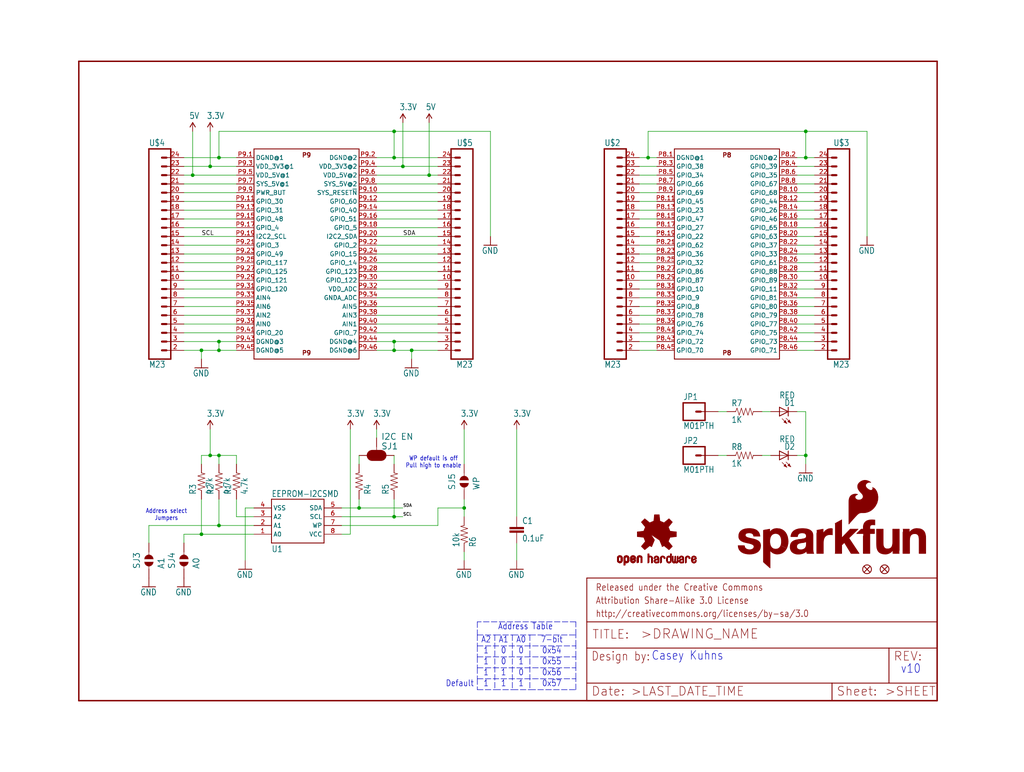
<source format=kicad_sch>
(kicad_sch (version 20211123) (generator eeschema)
  (paper "User" 297.002 223.926)
  (lib_symbols
    (symbol "eagleSchem-eagle-import:0.1UF-25V(+80{slash}-20%)(0603)"
      (property "Reference" "C" (at 1.524 2.921 0))
      (property "Value" "0.1UF-25V(+80{slash}-20%)(0603)" (at 1.524 -2.159 0))
      (symbol "0.1UF-25V(+80{slash}-20%)(0603)_1_0"
        (pin passive line (at 0 5.08 270) (length 2.54) (name "1") (number "1"))
        (pin passive line (at 0 -2.54 90) (length 2.54) (name "2") (number "2"))
      )
    )
    (symbol "eagleSchem-eagle-import:10KOHM1{slash}10W1%(0603)0603"
      (property "Reference" "R" (at -3.81 1.4986 0))
      (property "Value" "10KOHM1{slash}10W1%(0603)0603" (at -3.81 -3.302 0))
      (symbol "10KOHM1{slash}10W1%(0603)0603_1_0"
        (pin passive line (at -5.08 0 0) (length 2.54) (name "1") (number "1"))
        (pin passive line (at 5.08 0 180) (length 2.54) (name "2") (number "2"))
      )
    )
    (symbol "eagleSchem-eagle-import:1KOHM1{slash}10W1%(0603)"
      (property "Reference" "R" (at -3.81 1.4986 0))
      (property "Value" "1KOHM1{slash}10W1%(0603)" (at -3.81 -3.302 0))
      (symbol "1KOHM1{slash}10W1%(0603)_1_0"
        (pin passive line (at -5.08 0 0) (length 2.54) (name "1") (number "1"))
        (pin passive line (at 5.08 0 180) (length 2.54) (name "2") (number "2"))
      )
    )
    (symbol "eagleSchem-eagle-import:3.3V" (power)
      (property "Value" "3.3V" (at -1.016 3.556 0))
      (symbol "3.3V_1_0"
        (pin power_in line (at 0 0 90) (length 2.54) (name "3.3V") (number "1"))
      )
    )
    (symbol "eagleSchem-eagle-import:4.7KOHM1{slash}10W1%(0603)"
      (property "Reference" "R" (at -3.81 1.4986 0))
      (property "Value" "4.7KOHM1{slash}10W1%(0603)" (at -3.81 -3.302 0))
      (symbol "4.7KOHM1{slash}10W1%(0603)_1_0"
        (pin passive line (at -5.08 0 0) (length 2.54) (name "1") (number "1"))
        (pin passive line (at 5.08 0 180) (length 2.54) (name "2") (number "2"))
      )
    )
    (symbol "eagleSchem-eagle-import:5V" (power)
      (property "Value" "5V" (at -1.016 3.556 0))
      (symbol "5V_1_0"
        (pin power_in line (at 0 0 90) (length 2.54) (name "5V") (number "1"))
      )
    )
    (symbol "eagleSchem-eagle-import:BEAGLE_BONE_BLACK_CAPE"
      (symbol "BEAGLE_BONE_BLACK_CAPE_1_0"
        (text "P8" (at 0 -30.48 0) (effects (font (size 1.27 1.27) (thickness 0.254) bold) (justify top)))
        (text "P8" (at 0 25.4 0) (effects (font (size 1.27 1.27) (thickness 0.254) bold) (justify bottom)))
        (pin bidirectional line (at -20.32 25.4 0) (length 5.08) (name "DGND@1") (number "P8.1"))
        (pin bidirectional line (at 20.32 15.24 180) (length 5.08) (name "GPIO_68") (number "P8.10"))
        (pin bidirectional line (at -20.32 12.7 0) (length 5.08) (name "GPIO_45") (number "P8.11"))
        (pin bidirectional line (at 20.32 12.7 180) (length 5.08) (name "GPIO_44") (number "P8.12"))
        (pin bidirectional line (at -20.32 10.16 0) (length 5.08) (name "GPIO_23") (number "P8.13"))
        (pin bidirectional line (at 20.32 10.16 180) (length 5.08) (name "GPIO_26") (number "P8.14"))
        (pin bidirectional line (at -20.32 7.62 0) (length 5.08) (name "GPIO_47") (number "P8.15"))
        (pin bidirectional line (at 20.32 7.62 180) (length 5.08) (name "GPIO_46") (number "P8.16"))
        (pin bidirectional line (at -20.32 5.08 0) (length 5.08) (name "GPIO_27") (number "P8.17"))
        (pin bidirectional line (at 20.32 5.08 180) (length 5.08) (name "GPIO_65") (number "P8.18"))
        (pin bidirectional line (at -20.32 2.54 0) (length 5.08) (name "GPIO_22") (number "P8.19"))
        (pin bidirectional line (at 20.32 25.4 180) (length 5.08) (name "DGND@2") (number "P8.2"))
        (pin bidirectional line (at 20.32 2.54 180) (length 5.08) (name "GPIO_63") (number "P8.20"))
        (pin bidirectional line (at -20.32 0 0) (length 5.08) (name "GPIO_62") (number "P8.21"))
        (pin bidirectional line (at 20.32 0 180) (length 5.08) (name "GPIO_37") (number "P8.22"))
        (pin bidirectional line (at -20.32 -2.54 0) (length 5.08) (name "GPIO_36") (number "P8.23"))
        (pin bidirectional line (at 20.32 -2.54 180) (length 5.08) (name "GPIO_33") (number "P8.24"))
        (pin bidirectional line (at -20.32 -5.08 0) (length 5.08) (name "GPIO_32") (number "P8.25"))
        (pin bidirectional line (at 20.32 -5.08 180) (length 5.08) (name "GPIO_61") (number "P8.26"))
        (pin bidirectional line (at -20.32 -7.62 0) (length 5.08) (name "GPIO_86") (number "P8.27"))
        (pin bidirectional line (at 20.32 -7.62 180) (length 5.08) (name "GPIO_88") (number "P8.28"))
        (pin bidirectional line (at -20.32 -10.16 0) (length 5.08) (name "GPIO_87") (number "P8.29"))
        (pin bidirectional line (at -20.32 22.86 0) (length 5.08) (name "GPIO_38") (number "P8.3"))
        (pin bidirectional line (at 20.32 -10.16 180) (length 5.08) (name "GPIO_89") (number "P8.30"))
        (pin bidirectional line (at -20.32 -12.7 0) (length 5.08) (name "GPIO_10") (number "P8.31"))
        (pin bidirectional line (at 20.32 -12.7 180) (length 5.08) (name "GPIO_11") (number "P8.32"))
        (pin bidirectional line (at -20.32 -15.24 0) (length 5.08) (name "GPIO_9") (number "P8.33"))
        (pin bidirectional line (at 20.32 -15.24 180) (length 5.08) (name "GPIO_81") (number "P8.34"))
        (pin bidirectional line (at -20.32 -17.78 0) (length 5.08) (name "GPIO_8") (number "P8.35"))
        (pin bidirectional line (at 20.32 -17.78 180) (length 5.08) (name "GPIO_80") (number "P8.36"))
        (pin bidirectional line (at -20.32 -20.32 0) (length 5.08) (name "GPIO_78") (number "P8.37"))
        (pin bidirectional line (at 20.32 -20.32 180) (length 5.08) (name "GPIO_79") (number "P8.38"))
        (pin bidirectional line (at -20.32 -22.86 0) (length 5.08) (name "GPIO_76") (number "P8.39"))
        (pin bidirectional line (at 20.32 22.86 180) (length 5.08) (name "GPIO_39") (number "P8.4"))
        (pin bidirectional line (at 20.32 -22.86 180) (length 5.08) (name "GPIO_77") (number "P8.40"))
        (pin bidirectional line (at -20.32 -25.4 0) (length 5.08) (name "GPIO_74") (number "P8.41"))
        (pin bidirectional line (at 20.32 -25.4 180) (length 5.08) (name "GPIO_75") (number "P8.42"))
        (pin bidirectional line (at -20.32 -27.94 0) (length 5.08) (name "GPIO_72") (number "P8.43"))
        (pin bidirectional line (at 20.32 -27.94 180) (length 5.08) (name "GPIO_73") (number "P8.44"))
        (pin bidirectional line (at -20.32 -30.48 0) (length 5.08) (name "GPIO_70") (number "P8.45"))
        (pin bidirectional line (at 20.32 -30.48 180) (length 5.08) (name "GPIO_71") (number "P8.46"))
        (pin bidirectional line (at -20.32 20.32 0) (length 5.08) (name "GPIO_34") (number "P8.5"))
        (pin bidirectional line (at 20.32 20.32 180) (length 5.08) (name "GPIO_35") (number "P8.6"))
        (pin bidirectional line (at -20.32 17.78 0) (length 5.08) (name "GPIO_66") (number "P8.7"))
        (pin bidirectional line (at 20.32 17.78 180) (length 5.08) (name "GPIO_67") (number "P8.8"))
        (pin bidirectional line (at -20.32 15.24 0) (length 5.08) (name "GPIO_69") (number "P8.9"))
      )
      (symbol "BEAGLE_BONE_BLACK_CAPE_2_0"
        (text "P9" (at 0 -30.48 0) (effects (font (size 1.27 1.27) (thickness 0.254) bold) (justify top)))
        (text "P9" (at 0 25.4 0) (effects (font (size 1.27 1.27) (thickness 0.254) bold) (justify bottom)))
        (pin bidirectional line (at -20.32 25.4 0) (length 5.08) (name "DGND@1") (number "P9.1"))
        (pin bidirectional line (at 20.32 15.24 180) (length 5.08) (name "SYS_RESET~{N}") (number "P9.10"))
        (pin bidirectional line (at -20.32 12.7 0) (length 5.08) (name "GPIO_30") (number "P9.11"))
        (pin bidirectional line (at 20.32 12.7 180) (length 5.08) (name "GPIO_60") (number "P9.12"))
        (pin bidirectional line (at -20.32 10.16 0) (length 5.08) (name "GPIO_31") (number "P9.13"))
        (pin bidirectional line (at 20.32 10.16 180) (length 5.08) (name "GPIO_40") (number "P9.14"))
        (pin bidirectional line (at -20.32 7.62 0) (length 5.08) (name "GPIO_48") (number "P9.15"))
        (pin bidirectional line (at 20.32 7.62 180) (length 5.08) (name "GPIO_51") (number "P9.16"))
        (pin bidirectional line (at -20.32 5.08 0) (length 5.08) (name "GPIO_4") (number "P9.17"))
        (pin bidirectional line (at 20.32 5.08 180) (length 5.08) (name "GPIO_5") (number "P9.18"))
        (pin bidirectional line (at -20.32 2.54 0) (length 5.08) (name "I2C2_SCL") (number "P9.19"))
        (pin bidirectional line (at 20.32 25.4 180) (length 5.08) (name "DGND@2") (number "P9.2"))
        (pin bidirectional line (at 20.32 2.54 180) (length 5.08) (name "I2C2_SDA") (number "P9.20"))
        (pin bidirectional line (at -20.32 0 0) (length 5.08) (name "GPIO_3") (number "P9.21"))
        (pin bidirectional line (at 20.32 0 180) (length 5.08) (name "GPIO_2") (number "P9.22"))
        (pin bidirectional line (at -20.32 -2.54 0) (length 5.08) (name "GPIO_49") (number "P9.23"))
        (pin bidirectional line (at 20.32 -2.54 180) (length 5.08) (name "GPIO_15") (number "P9.24"))
        (pin bidirectional line (at -20.32 -5.08 0) (length 5.08) (name "GPIO_117") (number "P9.25"))
        (pin bidirectional line (at 20.32 -5.08 180) (length 5.08) (name "GPIO_14") (number "P9.26"))
        (pin bidirectional line (at -20.32 -7.62 0) (length 5.08) (name "GPIO_125") (number "P9.27"))
        (pin bidirectional line (at 20.32 -7.62 180) (length 5.08) (name "GPIO_123") (number "P9.28"))
        (pin bidirectional line (at -20.32 -10.16 0) (length 5.08) (name "GPIO_121") (number "P9.29"))
        (pin bidirectional line (at -20.32 22.86 0) (length 5.08) (name "VDD_3V3@1") (number "P9.3"))
        (pin bidirectional line (at 20.32 -10.16 180) (length 5.08) (name "GPIO_122") (number "P9.30"))
        (pin bidirectional line (at -20.32 -12.7 0) (length 5.08) (name "GPIO_120") (number "P9.31"))
        (pin bidirectional line (at 20.32 -12.7 180) (length 5.08) (name "VDD_ADC") (number "P9.32"))
        (pin bidirectional line (at -20.32 -15.24 0) (length 5.08) (name "AIN4") (number "P9.33"))
        (pin bidirectional line (at 20.32 -15.24 180) (length 5.08) (name "GNDA_ADC") (number "P9.34"))
        (pin bidirectional line (at -20.32 -17.78 0) (length 5.08) (name "AIN6") (number "P9.35"))
        (pin bidirectional line (at 20.32 -17.78 180) (length 5.08) (name "AIN5") (number "P9.36"))
        (pin bidirectional line (at -20.32 -20.32 0) (length 5.08) (name "AIN2") (number "P9.37"))
        (pin bidirectional line (at 20.32 -20.32 180) (length 5.08) (name "AIN3") (number "P9.38"))
        (pin bidirectional line (at -20.32 -22.86 0) (length 5.08) (name "AIN0") (number "P9.39"))
        (pin bidirectional line (at 20.32 22.86 180) (length 5.08) (name "VDD_3V3@2") (number "P9.4"))
        (pin bidirectional line (at 20.32 -22.86 180) (length 5.08) (name "AIN1") (number "P9.40"))
        (pin bidirectional line (at -20.32 -25.4 0) (length 5.08) (name "GPIO_20") (number "P9.41"))
        (pin bidirectional line (at 20.32 -25.4 180) (length 5.08) (name "GPIO_7") (number "P9.42"))
        (pin bidirectional line (at -20.32 -27.94 0) (length 5.08) (name "DGND@3") (number "P9.43"))
        (pin bidirectional line (at 20.32 -27.94 180) (length 5.08) (name "DGND@4") (number "P9.44"))
        (pin bidirectional line (at -20.32 -30.48 0) (length 5.08) (name "DGND@5") (number "P9.45"))
        (pin bidirectional line (at 20.32 -30.48 180) (length 5.08) (name "DGND@6") (number "P9.46"))
        (pin bidirectional line (at -20.32 20.32 0) (length 5.08) (name "VDD_5V@1") (number "P9.5"))
        (pin bidirectional line (at 20.32 20.32 180) (length 5.08) (name "VDD_5V@2") (number "P9.6"))
        (pin bidirectional line (at -20.32 17.78 0) (length 5.08) (name "SYS_5V@1") (number "P9.7"))
        (pin bidirectional line (at 20.32 17.78 180) (length 5.08) (name "SYS_5V@2") (number "P9.8"))
        (pin bidirectional line (at -20.32 15.24 0) (length 5.08) (name "PWR_BUT") (number "P9.9"))
      )
    )
    (symbol "eagleSchem-eagle-import:EEPROM-I2CSMD"
      (property "Reference" "U" (at -7.62 8.382 0))
      (property "Value" "EEPROM-I2CSMD" (at -7.62 -7.62 0))
      (symbol "EEPROM-I2CSMD_1_0"
        (pin bidirectional line (at -12.7 5.08 0) (length 5.08) (name "A0") (number "1"))
        (pin bidirectional line (at -12.7 2.54 0) (length 5.08) (name "A1") (number "2"))
        (pin bidirectional line (at -12.7 0 0) (length 5.08) (name "A2") (number "3"))
        (pin power_in line (at -12.7 -2.54 0) (length 5.08) (name "VSS") (number "4"))
        (pin bidirectional line (at 12.7 -2.54 180) (length 5.08) (name "SDA") (number "5"))
        (pin bidirectional line (at 12.7 0 180) (length 5.08) (name "SCL") (number "6"))
        (pin bidirectional line (at 12.7 2.54 180) (length 5.08) (name "WP") (number "7"))
        (pin power_in line (at 12.7 5.08 180) (length 5.08) (name "VCC") (number "8"))
      )
    )
    (symbol "eagleSchem-eagle-import:FIDUCIAL1X2")
    (symbol "eagleSchem-eagle-import:FRAME-LETTER"
      (symbol "FRAME-LETTER_2_0"
        (text ">DRAWING_NAME" (at 15.494 17.78 0) (effects (font (size 2.7432 2.7432)) (justify left bottom)))
        (text ">LAST_DATE_TIME" (at 12.7 1.27 0) (effects (font (size 2.54 2.54)) (justify left bottom)))
        (text ">SHEET" (at 86.36 1.27 0) (effects (font (size 2.54 2.54)) (justify left bottom)))
        (text "Attribution Share-Alike 3.0 License" (at 2.54 27.94 0) (effects (font (size 1.9304 1.6408)) (justify left bottom)))
        (text "Date:" (at 1.27 1.27 0) (effects (font (size 2.54 2.54)) (justify left bottom)))
        (text "Design by:" (at 1.27 11.43 0) (effects (font (size 2.54 2.159)) (justify left bottom)))
        (text "http://creativecommons.org/licenses/by-sa/3.0" (at 2.54 24.13 0) (effects (font (size 1.9304 1.6408)) (justify left bottom)))
        (text "Released under the Creative Commons" (at 2.54 31.75 0) (effects (font (size 1.9304 1.6408)) (justify left bottom)))
        (text "REV:" (at 88.9 11.43 0) (effects (font (size 2.54 2.54)) (justify left bottom)))
        (text "Sheet:" (at 72.39 1.27 0) (effects (font (size 2.54 2.54)) (justify left bottom)))
        (text "TITLE:" (at 1.524 17.78 0) (effects (font (size 2.54 2.54)) (justify left bottom)))
      )
    )
    (symbol "eagleSchem-eagle-import:GND" (power)
      (property "Value" "GND" (at -2.54 -2.54 0))
      (symbol "GND_1_0"
        (pin power_in line (at 0 2.54 270) (length 2.54) (name "GND") (number "1"))
      )
    )
    (symbol "eagleSchem-eagle-import:JUMPER-SMT_2_NO_SILK"
      (property "Reference" "JP" (at -2.54 2.54 0))
      (property "Value" "JUMPER-SMT_2_NO_SILK" (at -2.54 -2.54 0))
      (symbol "JUMPER-SMT_2_NO_SILK_1_0"
        (pin passive line (at -5.08 0 0) (length 2.54) (name "1") (number "1"))
        (pin passive line (at 5.08 0 180) (length 2.54) (name "2") (number "2"))
      )
    )
    (symbol "eagleSchem-eagle-import:JUMPER-SMT_3_2-NC_PASTE_SILK"
      (property "Reference" "JP" (at 2.54 0.381 0))
      (property "Value" "JUMPER-SMT_3_2-NC_PASTE_SILK" (at 2.54 -0.381 0))
      (symbol "JUMPER-SMT_3_2-NC_PASTE_SILK_1_0"
        (pin passive line (at 0 5.08 270) (length 2.54) (name "1") (number "1"))
        (pin passive line (at -5.08 0 0) (length 2.54) (name "2") (number "2"))
        (pin passive line (at 0 -5.08 90) (length 2.54) (name "3") (number "3"))
      )
    )
    (symbol "eagleSchem-eagle-import:LED-RED0603"
      (property "Reference" "D" (at 3.556 -4.572 90))
      (property "Value" "LED-RED0603" (at 5.715 -4.572 90))
      (symbol "LED-RED0603_1_0"
        (pin passive line (at 0 2.54 270) (length 2.54) (name "A") (number "A"))
        (pin passive line (at 0 -5.08 90) (length 2.54) (name "C") (number "C"))
      )
    )
    (symbol "eagleSchem-eagle-import:M01PTH"
      (property "Reference" "JP" (at -2.54 3.302 0))
      (property "Value" "M01PTH" (at -2.54 -5.08 0))
      (symbol "M01PTH_1_0"
        (pin passive line (at 7.62 0 180) (length 5.08) (name "1") (number "1"))
      )
    )
    (symbol "eagleSchem-eagle-import:M23"
      (property "Value" "M23" (at -2.54 -35.56 0))
      (symbol "M23_1_0"
        (pin passive line (at 7.62 -10.16 180) (length 5.08) (name "10") (number "10"))
        (pin passive line (at 7.62 -7.62 180) (length 5.08) (name "11") (number "11"))
        (pin passive line (at 7.62 -5.08 180) (length 5.08) (name "12") (number "12"))
        (pin passive line (at 7.62 -2.54 180) (length 5.08) (name "13") (number "13"))
        (pin passive line (at 7.62 0 180) (length 5.08) (name "14") (number "14"))
        (pin passive line (at 7.62 2.54 180) (length 5.08) (name "15") (number "15"))
        (pin passive line (at 7.62 5.08 180) (length 5.08) (name "16") (number "16"))
        (pin passive line (at 7.62 7.62 180) (length 5.08) (name "17") (number "17"))
        (pin passive line (at 7.62 10.16 180) (length 5.08) (name "18") (number "18"))
        (pin passive line (at 7.62 12.7 180) (length 5.08) (name "19") (number "19"))
        (pin passive line (at 7.62 -30.48 180) (length 5.08) (name "2") (number "2"))
        (pin passive line (at 7.62 15.24 180) (length 5.08) (name "20") (number "20"))
        (pin passive line (at 7.62 17.78 180) (length 5.08) (name "21") (number "21"))
        (pin passive line (at 7.62 20.32 180) (length 5.08) (name "22") (number "22"))
        (pin passive line (at 7.62 22.86 180) (length 5.08) (name "23") (number "23"))
        (pin passive line (at 7.62 25.4 180) (length 5.08) (name "24") (number "24"))
        (pin passive line (at 7.62 -27.94 180) (length 5.08) (name "3") (number "3"))
        (pin passive line (at 7.62 -25.4 180) (length 5.08) (name "4") (number "4"))
        (pin passive line (at 7.62 -22.86 180) (length 5.08) (name "5") (number "5"))
        (pin passive line (at 7.62 -20.32 180) (length 5.08) (name "6") (number "6"))
        (pin passive line (at 7.62 -17.78 180) (length 5.08) (name "7") (number "7"))
        (pin passive line (at 7.62 -15.24 180) (length 5.08) (name "8") (number "8"))
        (pin passive line (at 7.62 -12.7 180) (length 5.08) (name "9") (number "9"))
      )
    )
    (symbol "eagleSchem-eagle-import:OSHW-LOGOS")
    (symbol "eagleSchem-eagle-import:SFE_LOGO_NAME_FLAME.1_INCH")
  )
  (junction (at 104.14 147.32))
  (junction (at 114.3 38.1))
  (junction (at 116.84 48.26))
  (junction (at 233.68 45.72))
  (junction (at 114.3 101.6))
  (junction (at 63.5 101.6))
  (junction (at 134.62 147.32))
  (junction (at 63.5 45.72))
  (junction (at 114.3 45.72))
  (junction (at 60.96 48.26))
  (junction (at 187.96 45.72))
  (junction (at 55.88 50.8))
  (junction (at 58.42 101.6))
  (junction (at 233.68 38.1))
  (junction (at 119.38 101.6))
  (junction (at 124.46 50.8))
  (junction (at 63.5 99.06))
  (junction (at 233.68 132.08))
  (junction (at 63.5 152.4))
  (junction (at 63.5 132.08))
  (junction (at 60.96 132.08))
  (junction (at 58.42 154.94))
  (junction (at 114.3 149.86))
  (junction (at 114.3 99.06))
  (wire (pts (xy 236.22 101.6) (xy 231.14 101.6)))
  (wire (pts (xy 236.22 48.26) (xy 231.14 48.26)))
  (wire (pts (xy 53.34 63.5) (xy 68.58 63.5)))
  (wire (pts (xy 53.34 154.94) (xy 53.34 157.48)))
  (wire (pts (xy 220.98 119.38) (xy 223.52 119.38)))
  (wire (pts (xy 99.06 147.32) (xy 104.14 147.32)))
  (wire (pts (xy 53.34 83.82) (xy 68.58 83.82)))
  (wire (pts (xy 63.5 132.08) (xy 63.5 134.62)))
  (polyline (pts (xy 138.43 200.025) (xy 143.51 200.025)))
  (wire (pts (xy 134.62 147.32) (xy 134.62 149.86)))
  (wire (pts (xy 114.3 99.06) (xy 127 99.06)))
  (wire (pts (xy 60.96 132.08) (xy 63.5 132.08)))
  (wire (pts (xy 116.84 48.26) (xy 109.22 48.26)))
  (wire (pts (xy 236.22 86.36) (xy 231.14 86.36)))
  (wire (pts (xy 53.34 99.06) (xy 63.5 99.06)))
  (polyline (pts (xy 138.43 190.5) (xy 138.43 193.675)))
  (wire (pts (xy 127 86.36) (xy 109.22 86.36)))
  (wire (pts (xy 185.42 50.8) (xy 190.5 50.8)))
  (wire (pts (xy 53.34 50.8) (xy 55.88 50.8)))
  (wire (pts (xy 127 68.58) (xy 109.22 68.58)))
  (wire (pts (xy 101.6 154.94) (xy 101.6 124.46)))
  (wire (pts (xy 127 83.82) (xy 109.22 83.82)))
  (wire (pts (xy 233.68 132.08) (xy 233.68 134.62)))
  (wire (pts (xy 185.42 93.98) (xy 190.5 93.98)))
  (wire (pts (xy 53.34 96.52) (xy 68.58 96.52)))
  (wire (pts (xy 114.3 99.06) (xy 114.3 101.6)))
  (wire (pts (xy 185.42 101.6) (xy 190.5 101.6)))
  (wire (pts (xy 185.42 96.52) (xy 190.5 96.52)))
  (polyline (pts (xy 167.005 196.85) (xy 167.005 193.675)))
  (wire (pts (xy 127 60.96) (xy 109.22 60.96)))
  (wire (pts (xy 185.42 83.82) (xy 190.5 83.82)))
  (wire (pts (xy 185.42 76.2) (xy 190.5 76.2)))
  (wire (pts (xy 127 48.26) (xy 116.84 48.26)))
  (polyline (pts (xy 148.59 184.15) (xy 153.67 184.15)))
  (wire (pts (xy 149.86 124.46) (xy 149.86 149.86)))
  (polyline (pts (xy 138.43 196.85) (xy 138.43 200.025)))
  (wire (pts (xy 58.42 154.94) (xy 58.42 144.78)))
  (polyline (pts (xy 138.43 193.675) (xy 167.005 193.675)))
  (wire (pts (xy 68.58 45.72) (xy 63.5 45.72)))
  (wire (pts (xy 99.06 154.94) (xy 101.6 154.94)))
  (wire (pts (xy 55.88 50.8) (xy 55.88 38.1)))
  (wire (pts (xy 109.22 124.46) (xy 109.22 127)))
  (polyline (pts (xy 167.005 193.675) (xy 167.005 190.5)))
  (wire (pts (xy 68.58 101.6) (xy 63.5 101.6)))
  (wire (pts (xy 104.14 147.32) (xy 104.14 144.78)))
  (polyline (pts (xy 138.43 196.85) (xy 167.005 196.85)))
  (wire (pts (xy 185.42 53.34) (xy 190.5 53.34)))
  (wire (pts (xy 73.66 152.4) (xy 63.5 152.4)))
  (wire (pts (xy 236.22 76.2) (xy 231.14 76.2)))
  (wire (pts (xy 185.42 58.42) (xy 190.5 58.42)))
  (wire (pts (xy 114.3 149.86) (xy 116.84 149.86)))
  (wire (pts (xy 58.42 134.62) (xy 58.42 132.08)))
  (wire (pts (xy 185.42 91.44) (xy 190.5 91.44)))
  (polyline (pts (xy 138.43 184.15) (xy 143.51 184.15)))
  (wire (pts (xy 233.68 45.72) (xy 236.22 45.72)))
  (wire (pts (xy 236.22 58.42) (xy 231.14 58.42)))
  (wire (pts (xy 251.46 38.1) (xy 251.46 68.58)))
  (wire (pts (xy 127 147.32) (xy 127 152.4)))
  (wire (pts (xy 236.22 71.12) (xy 231.14 71.12)))
  (wire (pts (xy 109.22 101.6) (xy 114.3 101.6)))
  (wire (pts (xy 187.96 45.72) (xy 190.5 45.72)))
  (wire (pts (xy 73.66 154.94) (xy 58.42 154.94)))
  (wire (pts (xy 127 45.72) (xy 114.3 45.72)))
  (wire (pts (xy 124.46 50.8) (xy 109.22 50.8)))
  (wire (pts (xy 53.34 53.34) (xy 68.58 53.34)))
  (wire (pts (xy 127 88.9) (xy 109.22 88.9)))
  (wire (pts (xy 142.24 38.1) (xy 142.24 68.58)))
  (wire (pts (xy 233.68 38.1) (xy 251.46 38.1)))
  (wire (pts (xy 53.34 76.2) (xy 68.58 76.2)))
  (wire (pts (xy 127 76.2) (xy 109.22 76.2)))
  (wire (pts (xy 53.34 93.98) (xy 68.58 93.98)))
  (wire (pts (xy 185.42 81.28) (xy 190.5 81.28)))
  (wire (pts (xy 236.22 53.34) (xy 231.14 53.34)))
  (wire (pts (xy 236.22 96.52) (xy 231.14 96.52)))
  (wire (pts (xy 236.22 73.66) (xy 231.14 73.66)))
  (wire (pts (xy 233.68 119.38) (xy 233.68 132.08)))
  (wire (pts (xy 63.5 99.06) (xy 68.58 99.06)))
  (wire (pts (xy 134.62 162.56) (xy 134.62 160.02)))
  (wire (pts (xy 104.14 147.32) (xy 116.84 147.32)))
  (wire (pts (xy 185.42 73.66) (xy 190.5 73.66)))
  (wire (pts (xy 127 58.42) (xy 109.22 58.42)))
  (wire (pts (xy 233.68 38.1) (xy 233.68 45.72)))
  (wire (pts (xy 60.96 48.26) (xy 68.58 48.26)))
  (wire (pts (xy 185.42 88.9) (xy 190.5 88.9)))
  (polyline (pts (xy 138.43 184.15) (xy 138.43 187.325)))
  (polyline (pts (xy 167.005 200.025) (xy 167.005 196.85)))
  (wire (pts (xy 68.58 149.86) (xy 68.58 144.78)))
  (wire (pts (xy 236.22 83.82) (xy 231.14 83.82)))
  (wire (pts (xy 236.22 99.06) (xy 231.14 99.06)))
  (wire (pts (xy 185.42 78.74) (xy 190.5 78.74)))
  (wire (pts (xy 63.5 101.6) (xy 58.42 101.6)))
  (polyline (pts (xy 153.67 184.15) (xy 153.67 200.025)))
  (wire (pts (xy 55.88 50.8) (xy 68.58 50.8)))
  (wire (pts (xy 233.68 132.08) (xy 231.14 132.08)))
  (polyline (pts (xy 167.005 190.5) (xy 167.005 187.325)))
  (wire (pts (xy 127 81.28) (xy 109.22 81.28)))
  (wire (pts (xy 127 50.8) (xy 124.46 50.8)))
  (wire (pts (xy 127 152.4) (xy 99.06 152.4)))
  (wire (pts (xy 127 78.74) (xy 109.22 78.74)))
  (polyline (pts (xy 148.59 200.025) (xy 153.67 200.025)))
  (polyline (pts (xy 138.43 187.325) (xy 138.43 190.5)))
  (wire (pts (xy 127 93.98) (xy 109.22 93.98)))
  (wire (pts (xy 119.38 101.6) (xy 119.38 104.14)))
  (wire (pts (xy 127 55.88) (xy 109.22 55.88)))
  (wire (pts (xy 53.34 71.12) (xy 68.58 71.12)))
  (wire (pts (xy 236.22 55.88) (xy 231.14 55.88)))
  (wire (pts (xy 63.5 132.08) (xy 68.58 132.08)))
  (wire (pts (xy 53.34 60.96) (xy 68.58 60.96)))
  (wire (pts (xy 185.42 60.96) (xy 190.5 60.96)))
  (wire (pts (xy 53.34 81.28) (xy 68.58 81.28)))
  (wire (pts (xy 104.14 132.08) (xy 104.14 134.62)))
  (wire (pts (xy 53.34 48.26) (xy 60.96 48.26)))
  (polyline (pts (xy 148.59 184.15) (xy 148.59 200.025)))
  (wire (pts (xy 116.84 48.26) (xy 116.84 35.56)))
  (wire (pts (xy 185.42 63.5) (xy 190.5 63.5)))
  (wire (pts (xy 63.5 152.4) (xy 63.5 144.78)))
  (wire (pts (xy 220.98 132.08) (xy 223.52 132.08)))
  (wire (pts (xy 53.34 86.36) (xy 68.58 86.36)))
  (wire (pts (xy 208.28 119.38) (xy 210.82 119.38)))
  (wire (pts (xy 53.34 55.88) (xy 68.58 55.88)))
  (wire (pts (xy 236.22 78.74) (xy 231.14 78.74)))
  (wire (pts (xy 53.34 91.44) (xy 68.58 91.44)))
  (wire (pts (xy 236.22 50.8) (xy 231.14 50.8)))
  (wire (pts (xy 73.66 149.86) (xy 68.58 149.86)))
  (wire (pts (xy 58.42 154.94) (xy 53.34 154.94)))
  (wire (pts (xy 109.22 99.06) (xy 114.3 99.06)))
  (polyline (pts (xy 143.51 184.15) (xy 148.59 184.15)))
  (wire (pts (xy 68.58 132.08) (xy 68.58 134.62)))
  (wire (pts (xy 185.42 48.26) (xy 190.5 48.26)))
  (wire (pts (xy 127 71.12) (xy 109.22 71.12)))
  (wire (pts (xy 231.14 119.38) (xy 233.68 119.38)))
  (wire (pts (xy 187.96 38.1) (xy 233.68 38.1)))
  (wire (pts (xy 58.42 101.6) (xy 58.42 104.14)))
  (polyline (pts (xy 143.51 184.15) (xy 143.51 200.025)))
  (wire (pts (xy 114.3 101.6) (xy 119.38 101.6)))
  (wire (pts (xy 53.34 68.58) (xy 68.58 68.58)))
  (polyline (pts (xy 138.43 180.34) (xy 138.43 184.15)))
  (polyline (pts (xy 167.005 180.34) (xy 138.43 180.34)))
  (wire (pts (xy 127 91.44) (xy 109.22 91.44)))
  (wire (pts (xy 127 73.66) (xy 109.22 73.66)))
  (wire (pts (xy 134.62 124.46) (xy 134.62 134.62)))
  (wire (pts (xy 71.12 147.32) (xy 71.12 162.56)))
  (polyline (pts (xy 153.67 184.15) (xy 167.005 184.15)))
  (polyline (pts (xy 138.43 187.325) (xy 167.005 187.325)))
  (wire (pts (xy 63.5 45.72) (xy 53.34 45.72)))
  (polyline (pts (xy 138.43 193.675) (xy 138.43 196.85)))
  (wire (pts (xy 63.5 101.6) (xy 63.5 99.06)))
  (wire (pts (xy 53.34 66.04) (xy 68.58 66.04)))
  (wire (pts (xy 185.42 45.72) (xy 187.96 45.72)))
  (wire (pts (xy 236.22 66.04) (xy 231.14 66.04)))
  (wire (pts (xy 114.3 38.1) (xy 142.24 38.1)))
  (wire (pts (xy 185.42 66.04) (xy 190.5 66.04)))
  (wire (pts (xy 53.34 78.74) (xy 68.58 78.74)))
  (wire (pts (xy 236.22 63.5) (xy 231.14 63.5)))
  (wire (pts (xy 53.34 73.66) (xy 68.58 73.66)))
  (wire (pts (xy 99.06 149.86) (xy 114.3 149.86)))
  (wire (pts (xy 53.34 58.42) (xy 68.58 58.42)))
  (wire (pts (xy 124.46 50.8) (xy 124.46 35.56)))
  (wire (pts (xy 236.22 93.98) (xy 231.14 93.98)))
  (wire (pts (xy 58.42 132.08) (xy 60.96 132.08)))
  (wire (pts (xy 60.96 124.46) (xy 60.96 132.08)))
  (polyline (pts (xy 167.005 184.15) (xy 167.005 180.34)))
  (wire (pts (xy 60.96 48.26) (xy 60.96 38.1)))
  (wire (pts (xy 127 63.5) (xy 109.22 63.5)))
  (wire (pts (xy 236.22 81.28) (xy 231.14 81.28)))
  (wire (pts (xy 236.22 88.9) (xy 231.14 88.9)))
  (wire (pts (xy 236.22 91.44) (xy 231.14 91.44)))
  (wire (pts (xy 119.38 101.6) (xy 127 101.6)))
  (wire (pts (xy 114.3 38.1) (xy 114.3 45.72)))
  (wire (pts (xy 127 66.04) (xy 109.22 66.04)))
  (wire (pts (xy 114.3 149.86) (xy 114.3 144.78)))
  (polyline (pts (xy 143.51 200.025) (xy 148.59 200.025)))
  (wire (pts (xy 63.5 45.72) (xy 63.5 38.1)))
  (wire (pts (xy 63.5 152.4) (xy 43.18 152.4)))
  (wire (pts (xy 185.42 86.36) (xy 190.5 86.36)))
  (polyline (pts (xy 153.67 200.025) (xy 167.005 200.025)))
  (wire (pts (xy 134.62 147.32) (xy 127 147.32)))
  (wire (pts (xy 73.66 147.32) (xy 71.12 147.32)))
  (wire (pts (xy 185.42 99.06) (xy 190.5 99.06)))
  (polyline (pts (xy 167.005 187.325) (xy 167.005 184.15)))
  (polyline (pts (xy 138.43 190.5) (xy 167.005 190.5)))
  (wire (pts (xy 233.68 45.72) (xy 231.14 45.72)))
  (wire (pts (xy 185.42 71.12) (xy 190.5 71.12)))
  (wire (pts (xy 208.28 132.08) (xy 210.82 132.08)))
  (wire (pts (xy 134.62 144.78) (xy 134.62 147.32)))
  (wire (pts (xy 185.42 55.88) (xy 190.5 55.88)))
  (wire (pts (xy 114.3 132.08) (xy 114.3 134.62)))
  (wire (pts (xy 185.42 68.58) (xy 190.5 68.58)))
  (wire (pts (xy 149.86 162.56) (xy 149.86 157.48)))
  (wire (pts (xy 127 53.34) (xy 109.22 53.34)))
  (wire (pts (xy 236.22 60.96) (xy 231.14 60.96)))
  (wire (pts (xy 53.34 88.9) (xy 68.58 88.9)))
  (wire (pts (xy 43.18 152.4) (xy 43.18 157.48)))
  (wire (pts (xy 187.96 45.72) (xy 187.96 38.1)))
  (wire (pts (xy 127 96.52) (xy 109.22 96.52)))
  (wire (pts (xy 236.22 68.58) (xy 231.14 68.58)))
  (wire (pts (xy 63.5 38.1) (xy 114.3 38.1)))
  (wire (pts (xy 58.42 101.6) (xy 53.34 101.6)))
  (wire (pts (xy 114.3 45.72) (xy 109.22 45.72)))
  (text "0x54" (at 160.02 189.865 180) (effects (font (size 1.778 1.5113)) (justify bottom)))
  (text "Default" (at 133.35 199.39 180) (effects (font (size 1.778 1.5113)) (justify bottom)))
  (text "1" (at 151.13 193.04 180) (effects (font (size 1.778 1.5113)) (justify bottom)))
  (text "A0" (at 151.13 186.69 180) (effects (font (size 1.778 1.5113)) (justify bottom)))
  (text "1" (at 146.05 196.215 180) (effects (font (size 1.778 1.5113)) (justify bottom)))
  (text "7-bit" (at 160.02 186.69 180) (effects (font (size 1.778 1.5113)) (justify bottom)))
  (text "1" (at 140.97 199.39 180) (effects (font (size 1.778 1.5113)) (justify bottom)))
  (text "0x55" (at 160.02 193.04 180) (effects (font (size 1.778 1.5113)) (justify bottom)))
  (text "0" (at 146.05 189.865 180) (effects (font (size 1.778 1.5113)) (justify bottom)))
  (text "Address Table" (at 152.4 182.88 180) (effects (font (size 1.778 1.5113)) (justify bottom)))
  (text "1" (at 146.05 199.39 180) (effects (font (size 1.778 1.5113)) (justify bottom)))
  (text "0" (at 151.13 189.865 180) (effects (font (size 1.778 1.5113)) (justify bottom)))
  (text "WP default is off\nPull high to enable" (at 125.73 135.89 180) (effects (font (size 1.27 1.0795)) (justify bottom)))
  (text "Casey Kuhns" (at 199.39 191.77 180) (effects (font (size 2.54 2.159)) (justify bottom)))
  (text "1" (at 140.97 189.865 180) (effects (font (size 1.778 1.5113)) (justify bottom)))
  (text "0x56" (at 160.02 196.215 180) (effects (font (size 1.778 1.5113)) (justify bottom)))
  (text "0" (at 146.05 193.04 180) (effects (font (size 1.778 1.5113)) (justify bottom)))
  (text "A2" (at 140.97 186.69 180) (effects (font (size 1.778 1.5113)) (justify bottom)))
  (text "1" (at 140.97 193.04 180) (effects (font (size 1.778 1.5113)) (justify bottom)))
  (text "1" (at 140.97 196.215 180) (effects (font (size 1.778 1.5113)) (justify bottom)))
  (text "Address select\nJumpers" (at 48.26 151.13 180) (effects (font (size 1.27 1.0795)) (justify bottom)))
  (text "0x57" (at 160.02 199.39 180) (effects (font (size 1.778 1.5113)) (justify bottom)))
  (text "v10" (at 264.16 195.58 180) (effects (font (size 2.54 2.159)) (justify bottom)))
  (text "1" (at 151.13 199.39 180) (effects (font (size 1.778 1.5113)) (justify bottom)))
  (text "0" (at 151.13 196.215 180) (effects (font (size 1.778 1.5113)) (justify bottom)))
  (text "A1" (at 146.05 186.69 180) (effects (font (size 1.778 1.5113)) (justify bottom)))
  (label "SCL" (at 58.42 68.58 0) (effects (font (size 1.2446 1.2446))))
  (label "SCL" (at 116.84 149.86 0) (effects (font (size 0.889 0.889))))
  (label "SDA" (at 116.84 68.58 0) (effects (font (size 1.2446 1.2446))))
  (label "SDA" (at 116.84 147.32 0) (effects (font (size 0.889 0.889))))
  (symbol (lib_id "eagleSchem-eagle-import:LED-RED0603") (at 226.06 119.38 90) (unit 1)
    (property "Reference" "D1" (at 230.632 115.824 90) (effects (font (size 1.778 1.5113)) (justify left bottom)))
    (property "Value" "RED" (at 230.632 113.665 90) (effects (font (size 1.778 1.5113)) (justify left bottom)))
    (property "Footprint" "eagleSchem:LED-0603" (effects hide))
  )
  (symbol (lib_id "eagleSchem-eagle-import:GND") (at 71.12 165.1 0) (unit 1)
    (property "Reference" "#GND1" (effects hide))
    (property "Value" "GND" (at 68.58 167.64 0) (effects (font (size 1.778 1.5113)) (justify left bottom)))
    (property "Footprint" "eagleSchem:" (effects hide))
  )
  (symbol (lib_id "eagleSchem-eagle-import:3.3V") (at 60.96 38.1 0) (unit 1)
    (property "Reference" "#SUPPLY6" (effects hide))
    (property "Value" "3.3V" (at 59.944 34.544 0) (effects (font (size 1.778 1.5113)) (justify left bottom)))
    (property "Footprint" "eagleSchem:" (effects hide))
  )
  (symbol (lib_id "eagleSchem-eagle-import:1KOHM1{slash}10W1%(0603)") (at 215.9 132.08 0) (unit 1)
    (property "Reference" "R8" (at 212.09 130.5814 0) (effects (font (size 1.778 1.5113)) (justify left bottom)))
    (property "Value" "1K" (at 212.09 135.382 0) (effects (font (size 1.778 1.5113)) (justify left bottom)))
    (property "Footprint" "eagleSchem:0603-RES" (effects hide))
  )
  (symbol (lib_id "eagleSchem-eagle-import:3.3V") (at 116.84 35.56 0) (unit 1)
    (property "Reference" "#SUPPLY7" (effects hide))
    (property "Value" "3.3V" (at 115.824 32.004 0) (effects (font (size 1.778 1.5113)) (justify left bottom)))
    (property "Footprint" "eagleSchem:" (effects hide))
  )
  (symbol (lib_id "eagleSchem-eagle-import:M01PTH") (at 200.66 132.08 0) (unit 1)
    (property "Reference" "JP2" (at 198.12 128.778 0) (effects (font (size 1.778 1.5113)) (justify left bottom)))
    (property "Value" "M01PTH" (at 198.12 137.16 0) (effects (font (size 1.778 1.5113)) (justify left bottom)))
    (property "Footprint" "eagleSchem:1X01" (effects hide))
  )
  (symbol (lib_id "eagleSchem-eagle-import:GND") (at 58.42 106.68 0) (unit 1)
    (property "Reference" "#GND6" (effects hide))
    (property "Value" "GND" (at 55.88 109.22 0) (effects (font (size 1.778 1.5113)) (justify left bottom)))
    (property "Footprint" "eagleSchem:" (effects hide))
  )
  (symbol (lib_id "eagleSchem-eagle-import:FRAME-LETTER") (at 22.86 203.2 0) (unit 1)
    (property "Reference" "FRAME1" (effects hide))
    (property "Value" "FRAME-LETTER" (effects hide))
    (property "Footprint" "eagleSchem:CREATIVE_COMMONS" (effects hide))
  )
  (symbol (lib_id "eagleSchem-eagle-import:FIDUCIAL1X2") (at 256.54 165.1 0) (unit 1)
    (property "Reference" "FID2" (effects hide))
    (property "Value" "FIDUCIAL1X2" (effects hide))
    (property "Footprint" "eagleSchem:FIDUCIAL-1X2" (effects hide))
  )
  (symbol (lib_id "eagleSchem-eagle-import:FRAME-LETTER") (at 170.18 203.2 0) (unit 2)
    (property "Reference" "FRAME1" (effects hide))
    (property "Value" "FRAME-LETTER" (effects hide))
    (property "Footprint" "eagleSchem:CREATIVE_COMMONS" (effects hide))
  )
  (symbol (lib_id "eagleSchem-eagle-import:GND") (at 119.38 106.68 0) (unit 1)
    (property "Reference" "#GND5" (effects hide))
    (property "Value" "GND" (at 116.84 109.22 0) (effects (font (size 1.778 1.5113)) (justify left bottom)))
    (property "Footprint" "eagleSchem:" (effects hide))
  )
  (symbol (lib_id "eagleSchem-eagle-import:OSHW-LOGOS") (at 190.5 154.94 0) (unit 1)
    (property "Reference" "LOGO2" (effects hide))
    (property "Value" "OSHW-LOGOS" (effects hide))
    (property "Footprint" "eagleSchem:OSHW-LOGO-S" (effects hide))
  )
  (symbol (lib_id "eagleSchem-eagle-import:M23") (at 243.84 71.12 0) (mirror y) (unit 1)
    (property "Reference" "U$3" (at 246.38 42.418 0) (effects (font (size 1.778 1.5113)) (justify left bottom)))
    (property "Value" "M23" (at 246.38 106.68 0) (effects (font (size 1.778 1.5113)) (justify left bottom)))
    (property "Footprint" "eagleSchem:1X23" (effects hide))
  )
  (symbol (lib_id "eagleSchem-eagle-import:SFE_LOGO_NAME_FLAME.1_INCH") (at 213.36 165.1 0) (unit 1)
    (property "Reference" "LOGO3" (effects hide))
    (property "Value" "SFE_LOGO_NAME_FLAME.1_INCH" (effects hide))
    (property "Footprint" "eagleSchem:SFE_LOGO_NAME_FLAME_.1" (effects hide))
  )
  (symbol (lib_id "eagleSchem-eagle-import:4.7KOHM1{slash}10W1%(0603)") (at 68.58 139.7 90) (unit 1)
    (property "Reference" "R1" (at 67.0814 143.51 0) (effects (font (size 1.778 1.5113)) (justify left bottom)))
    (property "Value" "4.7k" (at 71.882 143.51 0) (effects (font (size 1.778 1.5113)) (justify left bottom)))
    (property "Footprint" "eagleSchem:0603@1" (effects hide))
  )
  (symbol (lib_id "eagleSchem-eagle-import:3.3V") (at 60.96 124.46 0) (unit 1)
    (property "Reference" "#SUPPLY3" (effects hide))
    (property "Value" "3.3V" (at 59.944 120.904 0) (effects (font (size 1.778 1.5113)) (justify left bottom)))
    (property "Footprint" "eagleSchem:" (effects hide))
  )
  (symbol (lib_id "eagleSchem-eagle-import:GND") (at 149.86 165.1 0) (unit 1)
    (property "Reference" "#GND3" (effects hide))
    (property "Value" "GND" (at 147.32 167.64 0) (effects (font (size 1.778 1.5113)) (justify left bottom)))
    (property "Footprint" "eagleSchem:" (effects hide))
  )
  (symbol (lib_id "eagleSchem-eagle-import:LED-RED0603") (at 226.06 132.08 90) (unit 1)
    (property "Reference" "D2" (at 230.632 128.524 90) (effects (font (size 1.778 1.5113)) (justify left bottom)))
    (property "Value" "RED" (at 230.632 126.365 90) (effects (font (size 1.778 1.5113)) (justify left bottom)))
    (property "Footprint" "eagleSchem:LED-0603" (effects hide))
  )
  (symbol (lib_id "eagleSchem-eagle-import:GND") (at 43.18 170.18 0) (unit 1)
    (property "Reference" "#GND9" (effects hide))
    (property "Value" "GND" (at 40.64 172.72 0) (effects (font (size 1.778 1.5113)) (justify left bottom)))
    (property "Footprint" "eagleSchem:" (effects hide))
  )
  (symbol (lib_id "eagleSchem-eagle-import:3.3V") (at 134.62 124.46 0) (unit 1)
    (property "Reference" "#SUPPLY5" (effects hide))
    (property "Value" "3.3V" (at 133.604 120.904 0) (effects (font (size 1.778 1.5113)) (justify left bottom)))
    (property "Footprint" "eagleSchem:" (effects hide))
  )
  (symbol (lib_id "eagleSchem-eagle-import:5V") (at 124.46 35.56 0) (unit 1)
    (property "Reference" "#SUPPLY9" (effects hide))
    (property "Value" "5V" (at 123.444 32.004 0) (effects (font (size 1.778 1.5113)) (justify left bottom)))
    (property "Footprint" "eagleSchem:" (effects hide))
  )
  (symbol (lib_id "eagleSchem-eagle-import:M23") (at 177.8 71.12 0) (unit 1)
    (property "Reference" "U$2" (at 175.26 42.418 0) (effects (font (size 1.778 1.5113)) (justify left bottom)))
    (property "Value" "M23" (at 175.26 106.68 0) (effects (font (size 1.778 1.5113)) (justify left bottom)))
    (property "Footprint" "eagleSchem:1X23" (effects hide))
  )
  (symbol (lib_id "eagleSchem-eagle-import:10KOHM1{slash}10W1%(0603)0603") (at 134.62 154.94 270) (mirror x) (unit 1)
    (property "Reference" "R6" (at 136.1186 158.75 0) (effects (font (size 1.778 1.5113)) (justify left bottom)))
    (property "Value" "10k" (at 131.318 158.75 0) (effects (font (size 1.778 1.5113)) (justify left bottom)))
    (property "Footprint" "eagleSchem:0603-RES" (effects hide))
  )
  (symbol (lib_id "eagleSchem-eagle-import:GND") (at 53.34 170.18 0) (unit 1)
    (property "Reference" "#GND2" (effects hide))
    (property "Value" "GND" (at 50.8 172.72 0) (effects (font (size 1.778 1.5113)) (justify left bottom)))
    (property "Footprint" "eagleSchem:" (effects hide))
  )
  (symbol (lib_id "eagleSchem-eagle-import:JUMPER-SMT_2_NO_SILK") (at 43.18 162.56 90) (unit 1)
    (property "Reference" "SJ3" (at 40.64 165.1 0) (effects (font (size 1.778 1.778)) (justify left bottom)))
    (property "Value" "A1" (at 45.72 165.1 0) (effects (font (size 1.778 1.778)) (justify left top)))
    (property "Footprint" "eagleSchem:SMT-JUMPER_2_NO_SILK" (effects hide))
  )
  (symbol (lib_id "eagleSchem-eagle-import:BEAGLE_BONE_BLACK_CAPE") (at 88.9 71.12 0) (unit 2)
    (property "Reference" "U$1" (effects hide))
    (property "Value" "BEAGLE_BONE_BLACK_CAPE" (effects hide))
    (property "Footprint" "eagleSchem:BEAGLE_BONE_BLACK_CAPE" (effects hide))
  )
  (symbol (lib_id "eagleSchem-eagle-import:JUMPER-SMT_2_NO_SILK") (at 53.34 162.56 90) (unit 1)
    (property "Reference" "SJ4" (at 50.8 165.1 0) (effects (font (size 1.778 1.778)) (justify left bottom)))
    (property "Value" "A0" (at 55.88 165.1 0) (effects (font (size 1.778 1.778)) (justify left top)))
    (property "Footprint" "eagleSchem:SMT-JUMPER_2_NO_SILK" (effects hide))
  )
  (symbol (lib_id "eagleSchem-eagle-import:4.7KOHM1{slash}10W1%(0603)") (at 114.3 139.7 90) (unit 1)
    (property "Reference" "R5" (at 112.8014 143.51 0) (effects (font (size 1.778 1.5113)) (justify left bottom)))
    (property "Value" "4.7k" (at 117.602 143.51 0) (effects (font (size 1.778 1.5113)) (justify left bottom)))
    (property "Footprint" "eagleSchem:0603@1" (effects hide))
    (property "Value" "4.7k" (effects hide))
  )
  (symbol (lib_id "eagleSchem-eagle-import:M23") (at 134.62 71.12 0) (mirror y) (unit 1)
    (property "Reference" "U$5" (at 137.16 42.418 0) (effects (font (size 1.778 1.5113)) (justify left bottom)))
    (property "Value" "M23" (at 137.16 106.68 0) (effects (font (size 1.778 1.5113)) (justify left bottom)))
    (property "Footprint" "eagleSchem:1X23" (effects hide))
  )
  (symbol (lib_id "eagleSchem-eagle-import:3.3V") (at 149.86 124.46 0) (unit 1)
    (property "Reference" "#SUPPLY2" (effects hide))
    (property "Value" "3.3V" (at 148.844 120.904 0) (effects (font (size 1.778 1.5113)) (justify left bottom)))
    (property "Footprint" "eagleSchem:" (effects hide))
  )
  (symbol (lib_id "eagleSchem-eagle-import:5V") (at 55.88 38.1 0) (unit 1)
    (property "Reference" "#SUPPLY8" (effects hide))
    (property "Value" "5V" (at 54.864 34.544 0) (effects (font (size 1.778 1.5113)) (justify left bottom)))
    (property "Footprint" "eagleSchem:" (effects hide))
  )
  (symbol (lib_id "eagleSchem-eagle-import:GND") (at 142.24 71.12 0) (unit 1)
    (property "Reference" "#GND8" (effects hide))
    (property "Value" "GND" (at 139.7 73.66 0) (effects (font (size 1.778 1.5113)) (justify left bottom)))
    (property "Footprint" "eagleSchem:" (effects hide))
  )
  (symbol (lib_id "eagleSchem-eagle-import:GND") (at 233.68 137.16 0) (unit 1)
    (property "Reference" "#GND10" (effects hide))
    (property "Value" "GND" (at 231.14 139.7 0) (effects (font (size 1.778 1.5113)) (justify left bottom)))
    (property "Footprint" "eagleSchem:" (effects hide))
  )
  (symbol (lib_id "eagleSchem-eagle-import:1KOHM1{slash}10W1%(0603)") (at 215.9 119.38 0) (unit 1)
    (property "Reference" "R7" (at 212.09 117.8814 0) (effects (font (size 1.778 1.5113)) (justify left bottom)))
    (property "Value" "1K" (at 212.09 122.682 0) (effects (font (size 1.778 1.5113)) (justify left bottom)))
    (property "Footprint" "eagleSchem:0603-RES" (effects hide))
  )
  (symbol (lib_id "eagleSchem-eagle-import:JUMPER-SMT_2_NO_SILK") (at 134.62 139.7 90) (unit 1)
    (property "Reference" "SJ5" (at 132.08 142.24 0) (effects (font (size 1.778 1.778)) (justify left bottom)))
    (property "Value" "WP" (at 137.16 142.24 0) (effects (font (size 1.778 1.778)) (justify left top)))
    (property "Footprint" "eagleSchem:SMT-JUMPER_2_NO_SILK" (effects hide))
  )
  (symbol (lib_id "eagleSchem-eagle-import:4.7KOHM1{slash}10W1%(0603)") (at 104.14 139.7 270) (mirror x) (unit 1)
    (property "Reference" "R4" (at 105.6386 143.51 0) (effects (font (size 1.778 1.5113)) (justify left bottom)))
    (property "Value" "4.7k" (at 100.838 143.51 0) (effects (font (size 1.778 1.5113)) (justify left bottom)))
    (property "Footprint" "eagleSchem:0603@1" (effects hide))
    (property "Value" "4.7k" (effects hide))
  )
  (symbol (lib_id "eagleSchem-eagle-import:GND") (at 251.46 71.12 0) (unit 1)
    (property "Reference" "#GND7" (effects hide))
    (property "Value" "GND" (at 248.92 73.66 0) (effects (font (size 1.778 1.5113)) (justify left bottom)))
    (property "Footprint" "eagleSchem:" (effects hide))
  )
  (symbol (lib_id "eagleSchem-eagle-import:GND") (at 134.62 165.1 0) (unit 1)
    (property "Reference" "#GND4" (effects hide))
    (property "Value" "GND" (at 132.08 167.64 0) (effects (font (size 1.778 1.5113)) (justify left bottom)))
    (property "Footprint" "eagleSchem:" (effects hide))
  )
  (symbol (lib_id "eagleSchem-eagle-import:BEAGLE_BONE_BLACK_CAPE") (at 210.82 71.12 0) (unit 1)
    (property "Reference" "U$1" (effects hide))
    (property "Value" "BEAGLE_BONE_BLACK_CAPE" (effects hide))
    (property "Footprint" "eagleSchem:BEAGLE_BONE_BLACK_CAPE" (effects hide))
  )
  (symbol (lib_id "eagleSchem-eagle-import:EEPROM-I2CSMD") (at 86.36 149.86 0) (mirror x) (unit 1)
    (property "Reference" "U1" (at 78.74 158.242 0) (effects (font (size 1.778 1.5113)) (justify left bottom)))
    (property "Value" "EEPROM-I2CSMD" (at 78.74 142.24 0) (effects (font (size 1.778 1.5113)) (justify left bottom)))
    (property "Footprint" "eagleSchem:SO08" (effects hide))
  )
  (symbol (lib_id "eagleSchem-eagle-import:0.1UF-25V(+80{slash}-20%)(0603)") (at 149.86 154.94 0) (unit 1)
    (property "Reference" "C1" (at 151.384 152.019 0) (effects (font (size 1.778 1.5113)) (justify left bottom)))
    (property "Value" "0.1uF" (at 151.384 157.099 0) (effects (font (size 1.778 1.5113)) (justify left bottom)))
    (property "Footprint" "eagleSchem:0603-CAP" (effects hide))
  )
  (symbol (lib_id "eagleSchem-eagle-import:JUMPER-SMT_3_2-NC_PASTE_SILK") (at 109.22 132.08 270) (unit 1)
    (property "Reference" "SJ1" (at 110.49 130.429 90) (effects (font (size 1.778 1.778)) (justify left bottom)))
    (property "Value" "I2C EN" (at 110.49 127.635 90) (effects (font (size 1.778 1.778)) (justify left bottom)))
    (property "Footprint" "eagleSchem:SMT-JUMPER_3_2-NC_PASTE_SILK" (effects hide))
  )
  (symbol (lib_id "eagleSchem-eagle-import:4.7KOHM1{slash}10W1%(0603)") (at 58.42 139.7 90) (unit 1)
    (property "Reference" "R3" (at 56.9214 143.51 0) (effects (font (size 1.778 1.5113)) (justify left bottom)))
    (property "Value" "4.7k" (at 61.722 143.51 0) (effects (font (size 1.778 1.5113)) (justify left bottom)))
    (property "Footprint" "eagleSchem:0603@1" (effects hide))
  )
  (symbol (lib_id "eagleSchem-eagle-import:FIDUCIAL1X2") (at 251.46 165.1 0) (unit 1)
    (property "Reference" "FID1" (effects hide))
    (property "Value" "FIDUCIAL1X2" (effects hide))
    (property "Footprint" "eagleSchem:FIDUCIAL-1X2" (effects hide))
  )
  (symbol (lib_id "eagleSchem-eagle-import:M01PTH") (at 200.66 119.38 0) (unit 1)
    (property "Reference" "JP1" (at 198.12 116.078 0) (effects (font (size 1.778 1.5113)) (justify left bottom)))
    (property "Value" "M01PTH" (at 198.12 124.46 0) (effects (font (size 1.778 1.5113)) (justify left bottom)))
    (property "Footprint" "eagleSchem:1X01" (effects hide))
  )
  (symbol (lib_id "eagleSchem-eagle-import:M23") (at 45.72 71.12 0) (unit 1)
    (property "Reference" "U$4" (at 43.18 42.418 0) (effects (font (size 1.778 1.5113)) (justify left bottom)))
    (property "Value" "M23" (at 43.18 106.68 0) (effects (font (size 1.778 1.5113)) (justify left bottom)))
    (property "Footprint" "eagleSchem:1X23" (effects hide))
  )
  (symbol (lib_id "eagleSchem-eagle-import:3.3V") (at 101.6 124.46 0) (unit 1)
    (property "Reference" "#SUPPLY4" (effects hide))
    (property "Value" "3.3V" (at 100.584 120.904 0) (effects (font (size 1.778 1.5113)) (justify left bottom)))
    (property "Footprint" "eagleSchem:" (effects hide))
  )
  (symbol (lib_id "eagleSchem-eagle-import:3.3V") (at 109.22 124.46 0) (unit 1)
    (property "Reference" "#SUPPLY1" (effects hide))
    (property "Value" "3.3V" (at 108.204 120.904 0) (effects (font (size 1.778 1.5113)) (justify left bottom)))
    (property "Footprint" "eagleSchem:" (effects hide))
  )
  (symbol (lib_id "eagleSchem-eagle-import:4.7KOHM1{slash}10W1%(0603)") (at 63.5 139.7 90) (unit 1)
    (property "Reference" "R2" (at 62.0014 143.51 0) (effects (font (size 1.778 1.5113)) (justify left bottom)))
    (property "Value" "4.7k" (at 66.802 143.51 0) (effects (font (size 1.778 1.5113)) (justify left bottom)))
    (property "Footprint" "eagleSchem:0603@1" (effects hide))
  )
)
</source>
